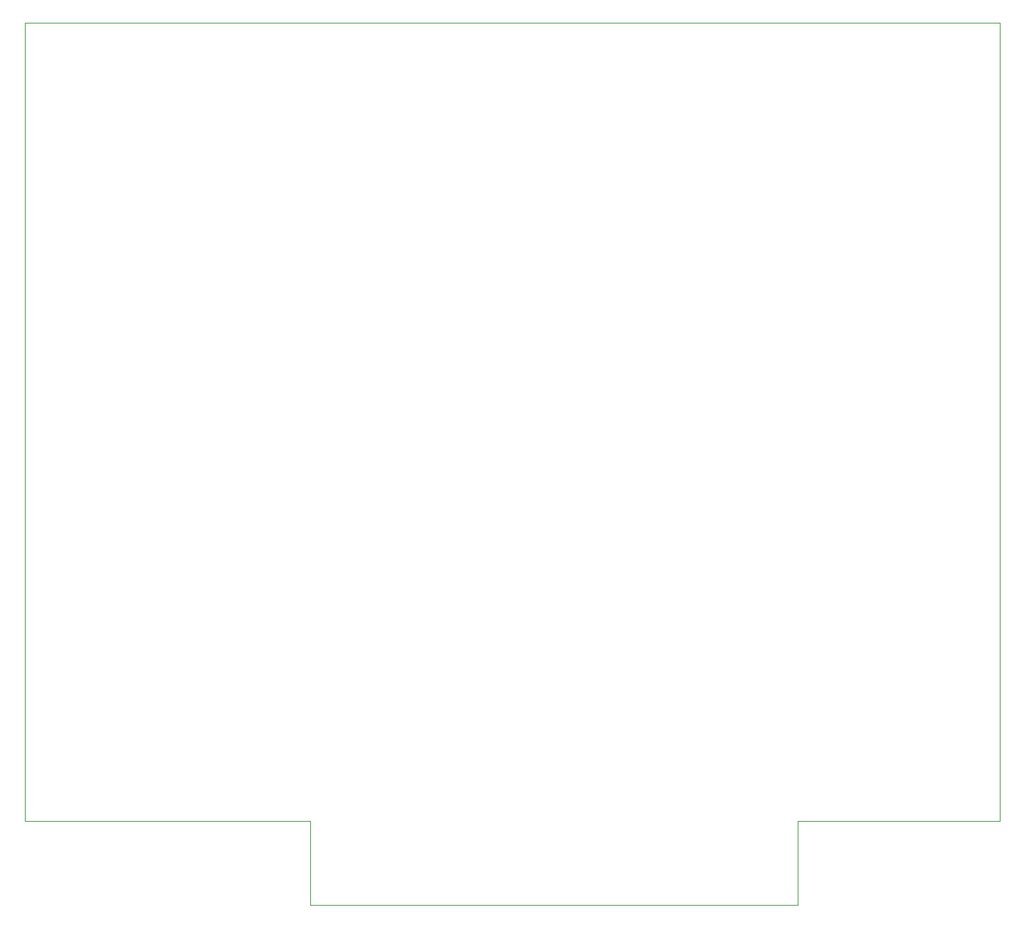
<source format=gbr>
G04 #@! TF.GenerationSoftware,KiCad,Pcbnew,(5.1.2-1)-1*
G04 #@! TF.CreationDate,2021-06-01T15:31:26+01:00*
G04 #@! TF.ProjectId,SFD800,53464438-3030-42e6-9b69-6361645f7063,rev?*
G04 #@! TF.SameCoordinates,Original*
G04 #@! TF.FileFunction,Profile,NP*
%FSLAX46Y46*%
G04 Gerber Fmt 4.6, Leading zero omitted, Abs format (unit mm)*
G04 Created by KiCad (PCBNEW (5.1.2-1)-1) date 2021-06-01 15:31:26*
%MOMM*%
%LPD*%
G04 APERTURE LIST*
%ADD10C,0.050000*%
G04 APERTURE END LIST*
D10*
X134000000Y-145000000D02*
X192000000Y-145000000D01*
X192000000Y-135000000D02*
X192000000Y-145000000D01*
X134000000Y-135000000D02*
X134000000Y-145000000D01*
X134000000Y-135000000D02*
X100000000Y-135000000D01*
X216000000Y-135000000D02*
X192000000Y-135000000D01*
X100000000Y-40000000D02*
X216000000Y-40000000D01*
X216000000Y-40000000D02*
X216000000Y-135000000D01*
X100000000Y-40000000D02*
X100000000Y-135000000D01*
M02*

</source>
